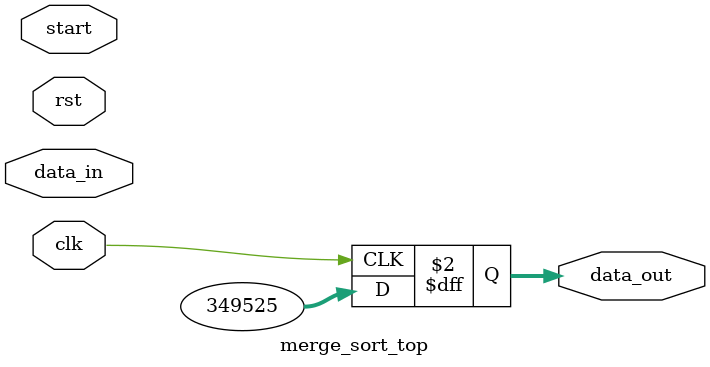
<source format=sv>
`timescale 1ns / 1ps


module merge_sort_top(
    input wire clk,
    input wire rst,
    input wire start,
    input wire [31:0] data_in ,
    output reg [31:0] data_out
    );
    
    reg [32:0] data_in_buff;
    
    always @(posedge clk) begin
        data_in_buff <= data_in;
        data_out <= 31'h55555;
    end 
//    localparam  ELEMENT_NUM = 8,
//                ELEMENT_LEN = 8;

//    // Variables for STAGE 2-element array
//    wire [ELEMENT_NUM-1:0] rd_fifo2;
//    wire [ELEMENT_LEN-1:0] arr2 [ELEMENT_NUM>>1];
//    wire [7:0] fifo_arr2 [ELEMENT_NUM>>1];
//    wire wr_fifo2 [ELEMENT_NUM>>1];
//    wire empt_fifo2 [ELEMENT_NUM>>1];
    
//    // Variables for STAGE 4-element array 
//    wire [ELEMENT_LEN-1:0] arr4 [ELEMENT_NUM>>2];
//    wire [7:0] fifo_arr4 [ELEMENT_NUM>>2];
//    wire [ELEMENT_NUM>>1-1:0] rd_fifo4;
//    wire empt_fifo4 [ELEMENT_NUM>>2];
//    wire wr_fifo4 [ELEMENT_NUM>>2];
    
//    // Variables for STAGE 8-element array 
//    wire [ELEMENT_LEN-1:0] arr8 [ELEMENT_NUM>>3];
//    wire [7:0] fifo_arr8 [ELEMENT_NUM>>3];
//    wire empt_fifo8 [ELEMENT_NUM>>3];
//    wire wr_fifo8 [ELEMENT_NUM>>2];
//    reg [ELEMENT_NUM>>2-1:0] rd_fifo8;
    
//    reg [2:0] i;
//    genvar m_num;
    
//    //STAGE 2-element array
//    for(m_num=0; m_num<(ELEMENT_NUM>>1); m_num++) begin: stage2
//        sort2elem stage (.clk(clk), .rst(rst), .en(start), .byte_elem1(data_in[m_num<<1]), .byte_elem2(data_in[(m_num<<1)+1]), 
//                        .sorted_array(arr2[m_num]), .rd_fifo(), .wr_fifo(wr_fifo2[m_num]));
                        
//        fifo #(ELEMENT_LEN,1) fifo2 (.clk(clk), .reset(rst), .rd(rd_fifo2[m_num]), .wr(wr_fifo2[m_num]), .w_data(arr2[m_num]), 
//                                    .empty(empt_fifo2[m_num]), .full(), .r_data(fifo_arr2[m_num]));
//    end
    
//    //STAGE 4-element array
//    for(m_num=0; m_num<(ELEMENT_NUM>>2); m_num++) begin: stage4
//    sort_arrays #(2,2) stage4 (.clk(clk), .rst(rst), .empty_FIFO_L(empt_fifo2[m_num<<1]), .empty_FIFO_R(empt_fifo2[(m_num<<1)+1]),
//                                .array_L(fifo_arr2[m_num<<1]), .array_R(fifo_arr2[(m_num<<1)+1]), 
//                                .merged_array(arr4[m_num]), .rd_fifo(rd_fifo2[(m_num<<1)+:2]),.wr_fifo(wr_fifo4[m_num]));
    
//    fifo #(ELEMENT_LEN,2) fifo4 (.clk(clk), .reset(rst), .rd(rd_fifo4[m_num]), .wr(wr_fifo4[m_num]), .w_data(arr4[m_num]), 
//                                .empty(empt_fifo4[m_num]), .full(), .r_data(fifo_arr4[m_num]));
//    end
    
//    //STAGE 8-element array
//    for(m_num=0; m_num<(ELEMENT_NUM>>3); m_num++) begin: stage8
//        sort_arrays #(4,3) stage8 (.clk(clk), .rst(rst), .empty_FIFO_L(empt_fifo4[m_num<<1]), .empty_FIFO_R(empt_fifo4[(m_num<<1)+1]),
//                                    .array_L(fifo_arr4[m_num<<1]), .array_R(fifo_arr4[(m_num<<1)+1]), 
//                                    .merged_array(arr8[m_num]), .rd_fifo(rd_fifo4[(m_num<<1)+:2]),.wr_fifo(wr_fifo8[m_num]));
        
//        fifo #(ELEMENT_LEN,3) fifo8 (.clk(clk), .reset(rst), .rd(rd_fifo8[m_num]), .wr(wr_fifo8[m_num]), .w_data(arr8[m_num]), 
//                                    .empty(empt_fifo8[m_num]), .full(), .r_data(fifo_arr8[m_num]));
//    end
                                
//    always @(posedge clk) begin
//        if(!empt_fifo8[0]) 
//            rd_fifo8[0] <= 1;
//        else 
//            rd_fifo8[0] <= 0;
//        if(rd_fifo8[0]) begin
//            data_out[i] <= fifo_arr8[0];
//            i++;
//        end
//        else begin
//            i <= 0;
//        end
//    end
    
endmodule

</source>
